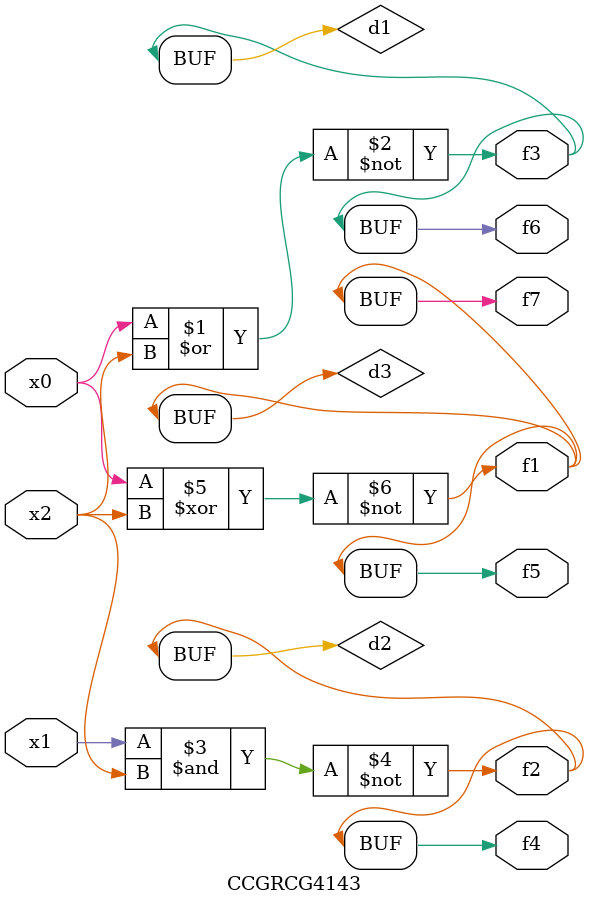
<source format=v>
module CCGRCG4143(
	input x0, x1, x2,
	output f1, f2, f3, f4, f5, f6, f7
);

	wire d1, d2, d3;

	nor (d1, x0, x2);
	nand (d2, x1, x2);
	xnor (d3, x0, x2);
	assign f1 = d3;
	assign f2 = d2;
	assign f3 = d1;
	assign f4 = d2;
	assign f5 = d3;
	assign f6 = d1;
	assign f7 = d3;
endmodule

</source>
